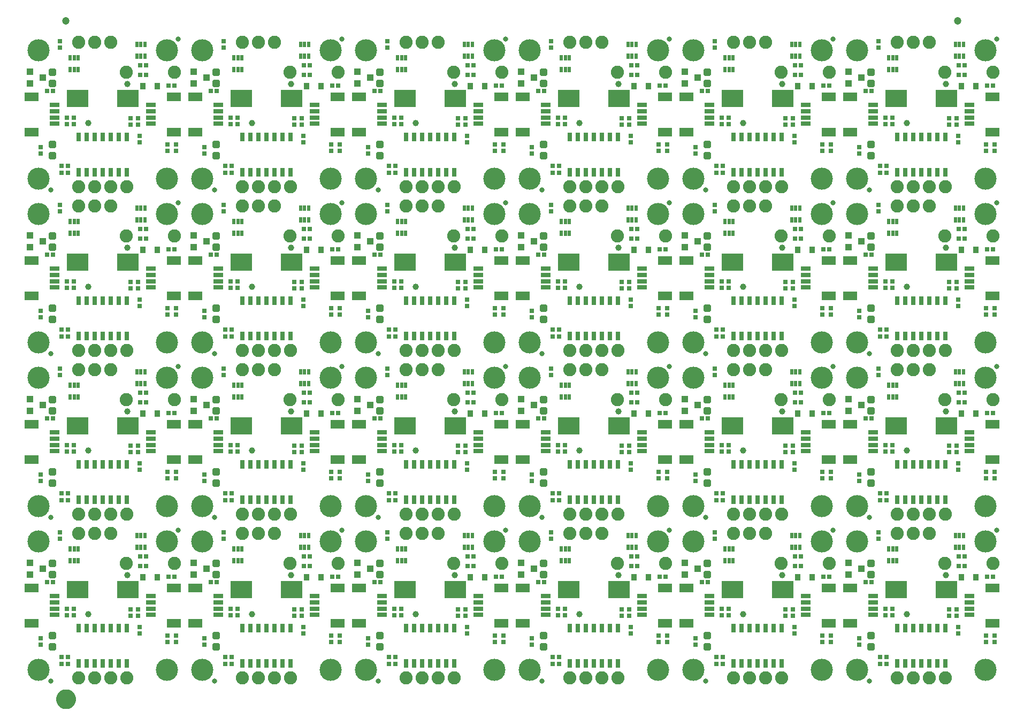
<source format=gts>
G04 EAGLE Gerber RS-274X export*
G75*
%MOMM*%
%FSLAX34Y34*%
%LPD*%
%INSoldermask Top*%
%IPPOS*%
%AMOC8*
5,1,8,0,0,1.08239X$1,22.5*%
G01*
%ADD10R,2.203200X1.403200*%
%ADD11R,1.553200X0.803200*%
%ADD12C,0.838200*%
%ADD13C,2.082800*%
%ADD14R,0.803200X0.803200*%
%ADD15R,0.803200X1.403200*%
%ADD16C,0.505344*%
%ADD17C,3.505200*%
%ADD18R,3.403200X2.703200*%
%ADD19C,1.003200*%
%ADD20R,0.503200X0.863200*%
%ADD21R,1.103200X1.003200*%
%ADD22R,0.833200X1.033200*%
%ADD23C,1.203200*%
%ADD24C,1.270000*%
%ADD25C,1.703200*%


D10*
X239950Y99000D03*
X239950Y155000D03*
D11*
X203200Y112000D03*
X203200Y122000D03*
X203200Y132000D03*
X203200Y142000D03*
D10*
X14050Y155000D03*
X14050Y99000D03*
D11*
X50800Y142000D03*
X50800Y132000D03*
X50800Y122000D03*
X50800Y112000D03*
D12*
X44450Y7620D03*
X246380Y246380D03*
D13*
X165100Y12700D03*
X139700Y12700D03*
X114300Y12700D03*
X88900Y12700D03*
D14*
X185420Y92630D03*
X185420Y82630D03*
X242824Y79295D03*
X242824Y69295D03*
X229768Y69295D03*
X229768Y79295D03*
X71878Y45314D03*
X61878Y45314D03*
D15*
X165100Y91500D03*
X152400Y91500D03*
X139700Y91500D03*
X127000Y91500D03*
X114300Y91500D03*
X101600Y91500D03*
X88900Y91500D03*
X88900Y35500D03*
X101600Y35500D03*
X114300Y35500D03*
X127000Y35500D03*
X139700Y35500D03*
X152400Y35500D03*
X165100Y35500D03*
D14*
X28575Y74850D03*
X28575Y64850D03*
D16*
X44135Y65205D02*
X51115Y65205D01*
X51115Y58225D01*
X44135Y58225D01*
X44135Y65205D01*
X44135Y63025D02*
X51115Y63025D01*
X51115Y82745D02*
X44135Y82745D01*
X51115Y82745D02*
X51115Y75765D01*
X44135Y75765D01*
X44135Y82745D01*
X44135Y80565D02*
X51115Y80565D01*
D17*
X228600Y228600D03*
X25400Y228600D03*
D18*
X167000Y152400D03*
X87000Y152400D03*
D19*
X166000Y174900D03*
X104500Y113400D03*
D14*
X170815Y110650D03*
X170815Y120650D03*
D20*
X180901Y219095D03*
X187401Y237495D03*
X193901Y237495D03*
X180901Y237495D03*
X187401Y219095D03*
X193901Y219095D03*
D21*
X11590Y194920D03*
X11590Y175920D03*
X32590Y185420D03*
D14*
X48659Y164440D03*
X38659Y164440D03*
D20*
X75415Y197810D03*
X81915Y216210D03*
X88415Y216210D03*
X75415Y216210D03*
X81915Y197810D03*
X88415Y197810D03*
D14*
X182880Y110650D03*
X182880Y120650D03*
X81585Y111920D03*
X81585Y121920D03*
X70536Y111920D03*
X70536Y121920D03*
X240835Y172212D03*
X230835Y172212D03*
X185936Y189687D03*
X195936Y189687D03*
X185885Y204470D03*
X195885Y204470D03*
D17*
X228600Y25400D03*
X25400Y25400D03*
D16*
X44135Y190065D02*
X51115Y190065D01*
X44135Y190065D02*
X44135Y197045D01*
X51115Y197045D01*
X51115Y190065D01*
X51115Y194865D02*
X44135Y194865D01*
X44135Y172525D02*
X51115Y172525D01*
X44135Y172525D02*
X44135Y179505D01*
X51115Y179505D01*
X51115Y172525D01*
X51115Y177325D02*
X44135Y177325D01*
D14*
X59080Y242668D03*
X59080Y232668D03*
D13*
X164567Y193827D03*
X240767Y193827D03*
D22*
X190379Y171907D03*
X213379Y171907D03*
D14*
X61904Y34646D03*
X71904Y34646D03*
D13*
X88900Y241300D03*
X114300Y241300D03*
X139700Y241300D03*
D10*
X499030Y99000D03*
X499030Y155000D03*
D11*
X462280Y112000D03*
X462280Y122000D03*
X462280Y132000D03*
X462280Y142000D03*
D10*
X273130Y155000D03*
X273130Y99000D03*
D11*
X309880Y142000D03*
X309880Y132000D03*
X309880Y122000D03*
X309880Y112000D03*
D12*
X303530Y7620D03*
X505460Y246380D03*
D13*
X424180Y12700D03*
X398780Y12700D03*
X373380Y12700D03*
X347980Y12700D03*
D14*
X444500Y92630D03*
X444500Y82630D03*
X501904Y79295D03*
X501904Y69295D03*
X488848Y69295D03*
X488848Y79295D03*
X330958Y45314D03*
X320958Y45314D03*
D15*
X424180Y91500D03*
X411480Y91500D03*
X398780Y91500D03*
X386080Y91500D03*
X373380Y91500D03*
X360680Y91500D03*
X347980Y91500D03*
X347980Y35500D03*
X360680Y35500D03*
X373380Y35500D03*
X386080Y35500D03*
X398780Y35500D03*
X411480Y35500D03*
X424180Y35500D03*
D14*
X287655Y74850D03*
X287655Y64850D03*
D16*
X303215Y65205D02*
X310195Y65205D01*
X310195Y58225D01*
X303215Y58225D01*
X303215Y65205D01*
X303215Y63025D02*
X310195Y63025D01*
X310195Y82745D02*
X303215Y82745D01*
X310195Y82745D02*
X310195Y75765D01*
X303215Y75765D01*
X303215Y82745D01*
X303215Y80565D02*
X310195Y80565D01*
D17*
X487680Y228600D03*
X284480Y228600D03*
D18*
X426080Y152400D03*
X346080Y152400D03*
D19*
X425080Y174900D03*
X363580Y113400D03*
D14*
X429895Y110650D03*
X429895Y120650D03*
D20*
X439981Y219095D03*
X446481Y237495D03*
X452981Y237495D03*
X439981Y237495D03*
X446481Y219095D03*
X452981Y219095D03*
D21*
X270670Y194920D03*
X270670Y175920D03*
X291670Y185420D03*
D14*
X307739Y164440D03*
X297739Y164440D03*
D20*
X334495Y197810D03*
X340995Y216210D03*
X347495Y216210D03*
X334495Y216210D03*
X340995Y197810D03*
X347495Y197810D03*
D14*
X441960Y110650D03*
X441960Y120650D03*
X340665Y111920D03*
X340665Y121920D03*
X329616Y111920D03*
X329616Y121920D03*
X499915Y172212D03*
X489915Y172212D03*
X445016Y189687D03*
X455016Y189687D03*
X444965Y204470D03*
X454965Y204470D03*
D17*
X487680Y25400D03*
X284480Y25400D03*
D16*
X303215Y190065D02*
X310195Y190065D01*
X303215Y190065D02*
X303215Y197045D01*
X310195Y197045D01*
X310195Y190065D01*
X310195Y194865D02*
X303215Y194865D01*
X303215Y172525D02*
X310195Y172525D01*
X303215Y172525D02*
X303215Y179505D01*
X310195Y179505D01*
X310195Y172525D01*
X310195Y177325D02*
X303215Y177325D01*
D14*
X318160Y242668D03*
X318160Y232668D03*
D13*
X423647Y193827D03*
X499847Y193827D03*
D22*
X449459Y171907D03*
X472459Y171907D03*
D14*
X320984Y34646D03*
X330984Y34646D03*
D13*
X347980Y241300D03*
X373380Y241300D03*
X398780Y241300D03*
D10*
X758110Y99000D03*
X758110Y155000D03*
D11*
X721360Y112000D03*
X721360Y122000D03*
X721360Y132000D03*
X721360Y142000D03*
D10*
X532210Y155000D03*
X532210Y99000D03*
D11*
X568960Y142000D03*
X568960Y132000D03*
X568960Y122000D03*
X568960Y112000D03*
D12*
X562610Y7620D03*
X764540Y246380D03*
D13*
X683260Y12700D03*
X657860Y12700D03*
X632460Y12700D03*
X607060Y12700D03*
D14*
X703580Y92630D03*
X703580Y82630D03*
X760984Y79295D03*
X760984Y69295D03*
X747928Y69295D03*
X747928Y79295D03*
X590038Y45314D03*
X580038Y45314D03*
D15*
X683260Y91500D03*
X670560Y91500D03*
X657860Y91500D03*
X645160Y91500D03*
X632460Y91500D03*
X619760Y91500D03*
X607060Y91500D03*
X607060Y35500D03*
X619760Y35500D03*
X632460Y35500D03*
X645160Y35500D03*
X657860Y35500D03*
X670560Y35500D03*
X683260Y35500D03*
D14*
X546735Y74850D03*
X546735Y64850D03*
D16*
X562295Y65205D02*
X569275Y65205D01*
X569275Y58225D01*
X562295Y58225D01*
X562295Y65205D01*
X562295Y63025D02*
X569275Y63025D01*
X569275Y82745D02*
X562295Y82745D01*
X569275Y82745D02*
X569275Y75765D01*
X562295Y75765D01*
X562295Y82745D01*
X562295Y80565D02*
X569275Y80565D01*
D17*
X746760Y228600D03*
X543560Y228600D03*
D18*
X685160Y152400D03*
X605160Y152400D03*
D19*
X684160Y174900D03*
X622660Y113400D03*
D14*
X688975Y110650D03*
X688975Y120650D03*
D20*
X699061Y219095D03*
X705561Y237495D03*
X712061Y237495D03*
X699061Y237495D03*
X705561Y219095D03*
X712061Y219095D03*
D21*
X529750Y194920D03*
X529750Y175920D03*
X550750Y185420D03*
D14*
X566819Y164440D03*
X556819Y164440D03*
D20*
X593575Y197810D03*
X600075Y216210D03*
X606575Y216210D03*
X593575Y216210D03*
X600075Y197810D03*
X606575Y197810D03*
D14*
X701040Y110650D03*
X701040Y120650D03*
X599745Y111920D03*
X599745Y121920D03*
X588696Y111920D03*
X588696Y121920D03*
X758995Y172212D03*
X748995Y172212D03*
X704096Y189687D03*
X714096Y189687D03*
X704045Y204470D03*
X714045Y204470D03*
D17*
X746760Y25400D03*
X543560Y25400D03*
D16*
X562295Y190065D02*
X569275Y190065D01*
X562295Y190065D02*
X562295Y197045D01*
X569275Y197045D01*
X569275Y190065D01*
X569275Y194865D02*
X562295Y194865D01*
X562295Y172525D02*
X569275Y172525D01*
X562295Y172525D02*
X562295Y179505D01*
X569275Y179505D01*
X569275Y172525D01*
X569275Y177325D02*
X562295Y177325D01*
D14*
X577240Y242668D03*
X577240Y232668D03*
D13*
X682727Y193827D03*
X758927Y193827D03*
D22*
X708539Y171907D03*
X731539Y171907D03*
D14*
X580064Y34646D03*
X590064Y34646D03*
D13*
X607060Y241300D03*
X632460Y241300D03*
X657860Y241300D03*
D10*
X1017190Y99000D03*
X1017190Y155000D03*
D11*
X980440Y112000D03*
X980440Y122000D03*
X980440Y132000D03*
X980440Y142000D03*
D10*
X791290Y155000D03*
X791290Y99000D03*
D11*
X828040Y142000D03*
X828040Y132000D03*
X828040Y122000D03*
X828040Y112000D03*
D12*
X821690Y7620D03*
X1023620Y246380D03*
D13*
X942340Y12700D03*
X916940Y12700D03*
X891540Y12700D03*
X866140Y12700D03*
D14*
X962660Y92630D03*
X962660Y82630D03*
X1020064Y79295D03*
X1020064Y69295D03*
X1007008Y69295D03*
X1007008Y79295D03*
X849118Y45314D03*
X839118Y45314D03*
D15*
X942340Y91500D03*
X929640Y91500D03*
X916940Y91500D03*
X904240Y91500D03*
X891540Y91500D03*
X878840Y91500D03*
X866140Y91500D03*
X866140Y35500D03*
X878840Y35500D03*
X891540Y35500D03*
X904240Y35500D03*
X916940Y35500D03*
X929640Y35500D03*
X942340Y35500D03*
D14*
X805815Y74850D03*
X805815Y64850D03*
D16*
X821375Y65205D02*
X828355Y65205D01*
X828355Y58225D01*
X821375Y58225D01*
X821375Y65205D01*
X821375Y63025D02*
X828355Y63025D01*
X828355Y82745D02*
X821375Y82745D01*
X828355Y82745D02*
X828355Y75765D01*
X821375Y75765D01*
X821375Y82745D01*
X821375Y80565D02*
X828355Y80565D01*
D17*
X1005840Y228600D03*
X802640Y228600D03*
D18*
X944240Y152400D03*
X864240Y152400D03*
D19*
X943240Y174900D03*
X881740Y113400D03*
D14*
X948055Y110650D03*
X948055Y120650D03*
D20*
X958141Y219095D03*
X964641Y237495D03*
X971141Y237495D03*
X958141Y237495D03*
X964641Y219095D03*
X971141Y219095D03*
D21*
X788830Y194920D03*
X788830Y175920D03*
X809830Y185420D03*
D14*
X825899Y164440D03*
X815899Y164440D03*
D20*
X852655Y197810D03*
X859155Y216210D03*
X865655Y216210D03*
X852655Y216210D03*
X859155Y197810D03*
X865655Y197810D03*
D14*
X960120Y110650D03*
X960120Y120650D03*
X858825Y111920D03*
X858825Y121920D03*
X847776Y111920D03*
X847776Y121920D03*
X1018075Y172212D03*
X1008075Y172212D03*
X963176Y189687D03*
X973176Y189687D03*
X963125Y204470D03*
X973125Y204470D03*
D17*
X1005840Y25400D03*
X802640Y25400D03*
D16*
X821375Y190065D02*
X828355Y190065D01*
X821375Y190065D02*
X821375Y197045D01*
X828355Y197045D01*
X828355Y190065D01*
X828355Y194865D02*
X821375Y194865D01*
X821375Y172525D02*
X828355Y172525D01*
X821375Y172525D02*
X821375Y179505D01*
X828355Y179505D01*
X828355Y172525D01*
X828355Y177325D02*
X821375Y177325D01*
D14*
X836320Y242668D03*
X836320Y232668D03*
D13*
X941807Y193827D03*
X1018007Y193827D03*
D22*
X967619Y171907D03*
X990619Y171907D03*
D14*
X839144Y34646D03*
X849144Y34646D03*
D13*
X866140Y241300D03*
X891540Y241300D03*
X916940Y241300D03*
D10*
X1276270Y99000D03*
X1276270Y155000D03*
D11*
X1239520Y112000D03*
X1239520Y122000D03*
X1239520Y132000D03*
X1239520Y142000D03*
D10*
X1050370Y155000D03*
X1050370Y99000D03*
D11*
X1087120Y142000D03*
X1087120Y132000D03*
X1087120Y122000D03*
X1087120Y112000D03*
D12*
X1080770Y7620D03*
X1282700Y246380D03*
D13*
X1201420Y12700D03*
X1176020Y12700D03*
X1150620Y12700D03*
X1125220Y12700D03*
D14*
X1221740Y92630D03*
X1221740Y82630D03*
X1279144Y79295D03*
X1279144Y69295D03*
X1266088Y69295D03*
X1266088Y79295D03*
X1108198Y45314D03*
X1098198Y45314D03*
D15*
X1201420Y91500D03*
X1188720Y91500D03*
X1176020Y91500D03*
X1163320Y91500D03*
X1150620Y91500D03*
X1137920Y91500D03*
X1125220Y91500D03*
X1125220Y35500D03*
X1137920Y35500D03*
X1150620Y35500D03*
X1163320Y35500D03*
X1176020Y35500D03*
X1188720Y35500D03*
X1201420Y35500D03*
D14*
X1064895Y74850D03*
X1064895Y64850D03*
D16*
X1080455Y65205D02*
X1087435Y65205D01*
X1087435Y58225D01*
X1080455Y58225D01*
X1080455Y65205D01*
X1080455Y63025D02*
X1087435Y63025D01*
X1087435Y82745D02*
X1080455Y82745D01*
X1087435Y82745D02*
X1087435Y75765D01*
X1080455Y75765D01*
X1080455Y82745D01*
X1080455Y80565D02*
X1087435Y80565D01*
D17*
X1264920Y228600D03*
X1061720Y228600D03*
D18*
X1203320Y152400D03*
X1123320Y152400D03*
D19*
X1202320Y174900D03*
X1140820Y113400D03*
D14*
X1207135Y110650D03*
X1207135Y120650D03*
D20*
X1217221Y219095D03*
X1223721Y237495D03*
X1230221Y237495D03*
X1217221Y237495D03*
X1223721Y219095D03*
X1230221Y219095D03*
D21*
X1047910Y194920D03*
X1047910Y175920D03*
X1068910Y185420D03*
D14*
X1084979Y164440D03*
X1074979Y164440D03*
D20*
X1111735Y197810D03*
X1118235Y216210D03*
X1124735Y216210D03*
X1111735Y216210D03*
X1118235Y197810D03*
X1124735Y197810D03*
D14*
X1219200Y110650D03*
X1219200Y120650D03*
X1117905Y111920D03*
X1117905Y121920D03*
X1106856Y111920D03*
X1106856Y121920D03*
X1277155Y172212D03*
X1267155Y172212D03*
X1222256Y189687D03*
X1232256Y189687D03*
X1222205Y204470D03*
X1232205Y204470D03*
D17*
X1264920Y25400D03*
X1061720Y25400D03*
D16*
X1080455Y190065D02*
X1087435Y190065D01*
X1080455Y190065D02*
X1080455Y197045D01*
X1087435Y197045D01*
X1087435Y190065D01*
X1087435Y194865D02*
X1080455Y194865D01*
X1080455Y172525D02*
X1087435Y172525D01*
X1080455Y172525D02*
X1080455Y179505D01*
X1087435Y179505D01*
X1087435Y172525D01*
X1087435Y177325D02*
X1080455Y177325D01*
D14*
X1095400Y242668D03*
X1095400Y232668D03*
D13*
X1200887Y193827D03*
X1277087Y193827D03*
D22*
X1226699Y171907D03*
X1249699Y171907D03*
D14*
X1098224Y34646D03*
X1108224Y34646D03*
D13*
X1125220Y241300D03*
X1150620Y241300D03*
X1176020Y241300D03*
D10*
X1535350Y99000D03*
X1535350Y155000D03*
D11*
X1498600Y112000D03*
X1498600Y122000D03*
X1498600Y132000D03*
X1498600Y142000D03*
D10*
X1309450Y155000D03*
X1309450Y99000D03*
D11*
X1346200Y142000D03*
X1346200Y132000D03*
X1346200Y122000D03*
X1346200Y112000D03*
D12*
X1339850Y7620D03*
X1541780Y246380D03*
D13*
X1460500Y12700D03*
X1435100Y12700D03*
X1409700Y12700D03*
X1384300Y12700D03*
D14*
X1480820Y92630D03*
X1480820Y82630D03*
X1538224Y79295D03*
X1538224Y69295D03*
X1525168Y69295D03*
X1525168Y79295D03*
X1367278Y45314D03*
X1357278Y45314D03*
D15*
X1460500Y91500D03*
X1447800Y91500D03*
X1435100Y91500D03*
X1422400Y91500D03*
X1409700Y91500D03*
X1397000Y91500D03*
X1384300Y91500D03*
X1384300Y35500D03*
X1397000Y35500D03*
X1409700Y35500D03*
X1422400Y35500D03*
X1435100Y35500D03*
X1447800Y35500D03*
X1460500Y35500D03*
D14*
X1323975Y74850D03*
X1323975Y64850D03*
D16*
X1339535Y65205D02*
X1346515Y65205D01*
X1346515Y58225D01*
X1339535Y58225D01*
X1339535Y65205D01*
X1339535Y63025D02*
X1346515Y63025D01*
X1346515Y82745D02*
X1339535Y82745D01*
X1346515Y82745D02*
X1346515Y75765D01*
X1339535Y75765D01*
X1339535Y82745D01*
X1339535Y80565D02*
X1346515Y80565D01*
D17*
X1524000Y228600D03*
X1320800Y228600D03*
D18*
X1462400Y152400D03*
X1382400Y152400D03*
D19*
X1461400Y174900D03*
X1399900Y113400D03*
D14*
X1466215Y110650D03*
X1466215Y120650D03*
D20*
X1476301Y219095D03*
X1482801Y237495D03*
X1489301Y237495D03*
X1476301Y237495D03*
X1482801Y219095D03*
X1489301Y219095D03*
D21*
X1306990Y194920D03*
X1306990Y175920D03*
X1327990Y185420D03*
D14*
X1344059Y164440D03*
X1334059Y164440D03*
D20*
X1370815Y197810D03*
X1377315Y216210D03*
X1383815Y216210D03*
X1370815Y216210D03*
X1377315Y197810D03*
X1383815Y197810D03*
D14*
X1478280Y110650D03*
X1478280Y120650D03*
X1376985Y111920D03*
X1376985Y121920D03*
X1365936Y111920D03*
X1365936Y121920D03*
X1536235Y172212D03*
X1526235Y172212D03*
X1481336Y189687D03*
X1491336Y189687D03*
X1481285Y204470D03*
X1491285Y204470D03*
D17*
X1524000Y25400D03*
X1320800Y25400D03*
D16*
X1339535Y190065D02*
X1346515Y190065D01*
X1339535Y190065D02*
X1339535Y197045D01*
X1346515Y197045D01*
X1346515Y190065D01*
X1346515Y194865D02*
X1339535Y194865D01*
X1339535Y172525D02*
X1346515Y172525D01*
X1339535Y172525D02*
X1339535Y179505D01*
X1346515Y179505D01*
X1346515Y172525D01*
X1346515Y177325D02*
X1339535Y177325D01*
D14*
X1354480Y242668D03*
X1354480Y232668D03*
D13*
X1459967Y193827D03*
X1536167Y193827D03*
D22*
X1485779Y171907D03*
X1508779Y171907D03*
D14*
X1357304Y34646D03*
X1367304Y34646D03*
D13*
X1384300Y241300D03*
X1409700Y241300D03*
X1435100Y241300D03*
D10*
X239950Y358080D03*
X239950Y414080D03*
D11*
X203200Y371080D03*
X203200Y381080D03*
X203200Y391080D03*
X203200Y401080D03*
D10*
X14050Y414080D03*
X14050Y358080D03*
D11*
X50800Y401080D03*
X50800Y391080D03*
X50800Y381080D03*
X50800Y371080D03*
D12*
X44450Y266700D03*
X246380Y505460D03*
D13*
X165100Y271780D03*
X139700Y271780D03*
X114300Y271780D03*
X88900Y271780D03*
D14*
X185420Y351710D03*
X185420Y341710D03*
X242824Y338375D03*
X242824Y328375D03*
X229768Y328375D03*
X229768Y338375D03*
X71878Y304394D03*
X61878Y304394D03*
D15*
X165100Y350580D03*
X152400Y350580D03*
X139700Y350580D03*
X127000Y350580D03*
X114300Y350580D03*
X101600Y350580D03*
X88900Y350580D03*
X88900Y294580D03*
X101600Y294580D03*
X114300Y294580D03*
X127000Y294580D03*
X139700Y294580D03*
X152400Y294580D03*
X165100Y294580D03*
D14*
X28575Y333930D03*
X28575Y323930D03*
D16*
X44135Y324285D02*
X51115Y324285D01*
X51115Y317305D01*
X44135Y317305D01*
X44135Y324285D01*
X44135Y322105D02*
X51115Y322105D01*
X51115Y341825D02*
X44135Y341825D01*
X51115Y341825D02*
X51115Y334845D01*
X44135Y334845D01*
X44135Y341825D01*
X44135Y339645D02*
X51115Y339645D01*
D17*
X228600Y487680D03*
X25400Y487680D03*
D18*
X167000Y411480D03*
X87000Y411480D03*
D19*
X166000Y433980D03*
X104500Y372480D03*
D14*
X170815Y369730D03*
X170815Y379730D03*
D20*
X180901Y478175D03*
X187401Y496575D03*
X193901Y496575D03*
X180901Y496575D03*
X187401Y478175D03*
X193901Y478175D03*
D21*
X11590Y454000D03*
X11590Y435000D03*
X32590Y444500D03*
D14*
X48659Y423520D03*
X38659Y423520D03*
D20*
X75415Y456890D03*
X81915Y475290D03*
X88415Y475290D03*
X75415Y475290D03*
X81915Y456890D03*
X88415Y456890D03*
D14*
X182880Y369730D03*
X182880Y379730D03*
X81585Y371000D03*
X81585Y381000D03*
X70536Y371000D03*
X70536Y381000D03*
X240835Y431292D03*
X230835Y431292D03*
X185936Y448767D03*
X195936Y448767D03*
X185885Y463550D03*
X195885Y463550D03*
D17*
X228600Y284480D03*
X25400Y284480D03*
D16*
X44135Y449145D02*
X51115Y449145D01*
X44135Y449145D02*
X44135Y456125D01*
X51115Y456125D01*
X51115Y449145D01*
X51115Y453945D02*
X44135Y453945D01*
X44135Y431605D02*
X51115Y431605D01*
X44135Y431605D02*
X44135Y438585D01*
X51115Y438585D01*
X51115Y431605D01*
X51115Y436405D02*
X44135Y436405D01*
D14*
X59080Y501748D03*
X59080Y491748D03*
D13*
X164567Y452907D03*
X240767Y452907D03*
D22*
X190379Y430987D03*
X213379Y430987D03*
D14*
X61904Y293726D03*
X71904Y293726D03*
D13*
X88900Y500380D03*
X114300Y500380D03*
X139700Y500380D03*
D10*
X499030Y358080D03*
X499030Y414080D03*
D11*
X462280Y371080D03*
X462280Y381080D03*
X462280Y391080D03*
X462280Y401080D03*
D10*
X273130Y414080D03*
X273130Y358080D03*
D11*
X309880Y401080D03*
X309880Y391080D03*
X309880Y381080D03*
X309880Y371080D03*
D12*
X303530Y266700D03*
X505460Y505460D03*
D13*
X424180Y271780D03*
X398780Y271780D03*
X373380Y271780D03*
X347980Y271780D03*
D14*
X444500Y351710D03*
X444500Y341710D03*
X501904Y338375D03*
X501904Y328375D03*
X488848Y328375D03*
X488848Y338375D03*
X330958Y304394D03*
X320958Y304394D03*
D15*
X424180Y350580D03*
X411480Y350580D03*
X398780Y350580D03*
X386080Y350580D03*
X373380Y350580D03*
X360680Y350580D03*
X347980Y350580D03*
X347980Y294580D03*
X360680Y294580D03*
X373380Y294580D03*
X386080Y294580D03*
X398780Y294580D03*
X411480Y294580D03*
X424180Y294580D03*
D14*
X287655Y333930D03*
X287655Y323930D03*
D16*
X303215Y324285D02*
X310195Y324285D01*
X310195Y317305D01*
X303215Y317305D01*
X303215Y324285D01*
X303215Y322105D02*
X310195Y322105D01*
X310195Y341825D02*
X303215Y341825D01*
X310195Y341825D02*
X310195Y334845D01*
X303215Y334845D01*
X303215Y341825D01*
X303215Y339645D02*
X310195Y339645D01*
D17*
X487680Y487680D03*
X284480Y487680D03*
D18*
X426080Y411480D03*
X346080Y411480D03*
D19*
X425080Y433980D03*
X363580Y372480D03*
D14*
X429895Y369730D03*
X429895Y379730D03*
D20*
X439981Y478175D03*
X446481Y496575D03*
X452981Y496575D03*
X439981Y496575D03*
X446481Y478175D03*
X452981Y478175D03*
D21*
X270670Y454000D03*
X270670Y435000D03*
X291670Y444500D03*
D14*
X307739Y423520D03*
X297739Y423520D03*
D20*
X334495Y456890D03*
X340995Y475290D03*
X347495Y475290D03*
X334495Y475290D03*
X340995Y456890D03*
X347495Y456890D03*
D14*
X441960Y369730D03*
X441960Y379730D03*
X340665Y371000D03*
X340665Y381000D03*
X329616Y371000D03*
X329616Y381000D03*
X499915Y431292D03*
X489915Y431292D03*
X445016Y448767D03*
X455016Y448767D03*
X444965Y463550D03*
X454965Y463550D03*
D17*
X487680Y284480D03*
X284480Y284480D03*
D16*
X303215Y449145D02*
X310195Y449145D01*
X303215Y449145D02*
X303215Y456125D01*
X310195Y456125D01*
X310195Y449145D01*
X310195Y453945D02*
X303215Y453945D01*
X303215Y431605D02*
X310195Y431605D01*
X303215Y431605D02*
X303215Y438585D01*
X310195Y438585D01*
X310195Y431605D01*
X310195Y436405D02*
X303215Y436405D01*
D14*
X318160Y501748D03*
X318160Y491748D03*
D13*
X423647Y452907D03*
X499847Y452907D03*
D22*
X449459Y430987D03*
X472459Y430987D03*
D14*
X320984Y293726D03*
X330984Y293726D03*
D13*
X347980Y500380D03*
X373380Y500380D03*
X398780Y500380D03*
D10*
X758110Y358080D03*
X758110Y414080D03*
D11*
X721360Y371080D03*
X721360Y381080D03*
X721360Y391080D03*
X721360Y401080D03*
D10*
X532210Y414080D03*
X532210Y358080D03*
D11*
X568960Y401080D03*
X568960Y391080D03*
X568960Y381080D03*
X568960Y371080D03*
D12*
X562610Y266700D03*
X764540Y505460D03*
D13*
X683260Y271780D03*
X657860Y271780D03*
X632460Y271780D03*
X607060Y271780D03*
D14*
X703580Y351710D03*
X703580Y341710D03*
X760984Y338375D03*
X760984Y328375D03*
X747928Y328375D03*
X747928Y338375D03*
X590038Y304394D03*
X580038Y304394D03*
D15*
X683260Y350580D03*
X670560Y350580D03*
X657860Y350580D03*
X645160Y350580D03*
X632460Y350580D03*
X619760Y350580D03*
X607060Y350580D03*
X607060Y294580D03*
X619760Y294580D03*
X632460Y294580D03*
X645160Y294580D03*
X657860Y294580D03*
X670560Y294580D03*
X683260Y294580D03*
D14*
X546735Y333930D03*
X546735Y323930D03*
D16*
X562295Y324285D02*
X569275Y324285D01*
X569275Y317305D01*
X562295Y317305D01*
X562295Y324285D01*
X562295Y322105D02*
X569275Y322105D01*
X569275Y341825D02*
X562295Y341825D01*
X569275Y341825D02*
X569275Y334845D01*
X562295Y334845D01*
X562295Y341825D01*
X562295Y339645D02*
X569275Y339645D01*
D17*
X746760Y487680D03*
X543560Y487680D03*
D18*
X685160Y411480D03*
X605160Y411480D03*
D19*
X684160Y433980D03*
X622660Y372480D03*
D14*
X688975Y369730D03*
X688975Y379730D03*
D20*
X699061Y478175D03*
X705561Y496575D03*
X712061Y496575D03*
X699061Y496575D03*
X705561Y478175D03*
X712061Y478175D03*
D21*
X529750Y454000D03*
X529750Y435000D03*
X550750Y444500D03*
D14*
X566819Y423520D03*
X556819Y423520D03*
D20*
X593575Y456890D03*
X600075Y475290D03*
X606575Y475290D03*
X593575Y475290D03*
X600075Y456890D03*
X606575Y456890D03*
D14*
X701040Y369730D03*
X701040Y379730D03*
X599745Y371000D03*
X599745Y381000D03*
X588696Y371000D03*
X588696Y381000D03*
X758995Y431292D03*
X748995Y431292D03*
X704096Y448767D03*
X714096Y448767D03*
X704045Y463550D03*
X714045Y463550D03*
D17*
X746760Y284480D03*
X543560Y284480D03*
D16*
X562295Y449145D02*
X569275Y449145D01*
X562295Y449145D02*
X562295Y456125D01*
X569275Y456125D01*
X569275Y449145D01*
X569275Y453945D02*
X562295Y453945D01*
X562295Y431605D02*
X569275Y431605D01*
X562295Y431605D02*
X562295Y438585D01*
X569275Y438585D01*
X569275Y431605D01*
X569275Y436405D02*
X562295Y436405D01*
D14*
X577240Y501748D03*
X577240Y491748D03*
D13*
X682727Y452907D03*
X758927Y452907D03*
D22*
X708539Y430987D03*
X731539Y430987D03*
D14*
X580064Y293726D03*
X590064Y293726D03*
D13*
X607060Y500380D03*
X632460Y500380D03*
X657860Y500380D03*
D10*
X1017190Y358080D03*
X1017190Y414080D03*
D11*
X980440Y371080D03*
X980440Y381080D03*
X980440Y391080D03*
X980440Y401080D03*
D10*
X791290Y414080D03*
X791290Y358080D03*
D11*
X828040Y401080D03*
X828040Y391080D03*
X828040Y381080D03*
X828040Y371080D03*
D12*
X821690Y266700D03*
X1023620Y505460D03*
D13*
X942340Y271780D03*
X916940Y271780D03*
X891540Y271780D03*
X866140Y271780D03*
D14*
X962660Y351710D03*
X962660Y341710D03*
X1020064Y338375D03*
X1020064Y328375D03*
X1007008Y328375D03*
X1007008Y338375D03*
X849118Y304394D03*
X839118Y304394D03*
D15*
X942340Y350580D03*
X929640Y350580D03*
X916940Y350580D03*
X904240Y350580D03*
X891540Y350580D03*
X878840Y350580D03*
X866140Y350580D03*
X866140Y294580D03*
X878840Y294580D03*
X891540Y294580D03*
X904240Y294580D03*
X916940Y294580D03*
X929640Y294580D03*
X942340Y294580D03*
D14*
X805815Y333930D03*
X805815Y323930D03*
D16*
X821375Y324285D02*
X828355Y324285D01*
X828355Y317305D01*
X821375Y317305D01*
X821375Y324285D01*
X821375Y322105D02*
X828355Y322105D01*
X828355Y341825D02*
X821375Y341825D01*
X828355Y341825D02*
X828355Y334845D01*
X821375Y334845D01*
X821375Y341825D01*
X821375Y339645D02*
X828355Y339645D01*
D17*
X1005840Y487680D03*
X802640Y487680D03*
D18*
X944240Y411480D03*
X864240Y411480D03*
D19*
X943240Y433980D03*
X881740Y372480D03*
D14*
X948055Y369730D03*
X948055Y379730D03*
D20*
X958141Y478175D03*
X964641Y496575D03*
X971141Y496575D03*
X958141Y496575D03*
X964641Y478175D03*
X971141Y478175D03*
D21*
X788830Y454000D03*
X788830Y435000D03*
X809830Y444500D03*
D14*
X825899Y423520D03*
X815899Y423520D03*
D20*
X852655Y456890D03*
X859155Y475290D03*
X865655Y475290D03*
X852655Y475290D03*
X859155Y456890D03*
X865655Y456890D03*
D14*
X960120Y369730D03*
X960120Y379730D03*
X858825Y371000D03*
X858825Y381000D03*
X847776Y371000D03*
X847776Y381000D03*
X1018075Y431292D03*
X1008075Y431292D03*
X963176Y448767D03*
X973176Y448767D03*
X963125Y463550D03*
X973125Y463550D03*
D17*
X1005840Y284480D03*
X802640Y284480D03*
D16*
X821375Y449145D02*
X828355Y449145D01*
X821375Y449145D02*
X821375Y456125D01*
X828355Y456125D01*
X828355Y449145D01*
X828355Y453945D02*
X821375Y453945D01*
X821375Y431605D02*
X828355Y431605D01*
X821375Y431605D02*
X821375Y438585D01*
X828355Y438585D01*
X828355Y431605D01*
X828355Y436405D02*
X821375Y436405D01*
D14*
X836320Y501748D03*
X836320Y491748D03*
D13*
X941807Y452907D03*
X1018007Y452907D03*
D22*
X967619Y430987D03*
X990619Y430987D03*
D14*
X839144Y293726D03*
X849144Y293726D03*
D13*
X866140Y500380D03*
X891540Y500380D03*
X916940Y500380D03*
D10*
X1276270Y358080D03*
X1276270Y414080D03*
D11*
X1239520Y371080D03*
X1239520Y381080D03*
X1239520Y391080D03*
X1239520Y401080D03*
D10*
X1050370Y414080D03*
X1050370Y358080D03*
D11*
X1087120Y401080D03*
X1087120Y391080D03*
X1087120Y381080D03*
X1087120Y371080D03*
D12*
X1080770Y266700D03*
X1282700Y505460D03*
D13*
X1201420Y271780D03*
X1176020Y271780D03*
X1150620Y271780D03*
X1125220Y271780D03*
D14*
X1221740Y351710D03*
X1221740Y341710D03*
X1279144Y338375D03*
X1279144Y328375D03*
X1266088Y328375D03*
X1266088Y338375D03*
X1108198Y304394D03*
X1098198Y304394D03*
D15*
X1201420Y350580D03*
X1188720Y350580D03*
X1176020Y350580D03*
X1163320Y350580D03*
X1150620Y350580D03*
X1137920Y350580D03*
X1125220Y350580D03*
X1125220Y294580D03*
X1137920Y294580D03*
X1150620Y294580D03*
X1163320Y294580D03*
X1176020Y294580D03*
X1188720Y294580D03*
X1201420Y294580D03*
D14*
X1064895Y333930D03*
X1064895Y323930D03*
D16*
X1080455Y324285D02*
X1087435Y324285D01*
X1087435Y317305D01*
X1080455Y317305D01*
X1080455Y324285D01*
X1080455Y322105D02*
X1087435Y322105D01*
X1087435Y341825D02*
X1080455Y341825D01*
X1087435Y341825D02*
X1087435Y334845D01*
X1080455Y334845D01*
X1080455Y341825D01*
X1080455Y339645D02*
X1087435Y339645D01*
D17*
X1264920Y487680D03*
X1061720Y487680D03*
D18*
X1203320Y411480D03*
X1123320Y411480D03*
D19*
X1202320Y433980D03*
X1140820Y372480D03*
D14*
X1207135Y369730D03*
X1207135Y379730D03*
D20*
X1217221Y478175D03*
X1223721Y496575D03*
X1230221Y496575D03*
X1217221Y496575D03*
X1223721Y478175D03*
X1230221Y478175D03*
D21*
X1047910Y454000D03*
X1047910Y435000D03*
X1068910Y444500D03*
D14*
X1084979Y423520D03*
X1074979Y423520D03*
D20*
X1111735Y456890D03*
X1118235Y475290D03*
X1124735Y475290D03*
X1111735Y475290D03*
X1118235Y456890D03*
X1124735Y456890D03*
D14*
X1219200Y369730D03*
X1219200Y379730D03*
X1117905Y371000D03*
X1117905Y381000D03*
X1106856Y371000D03*
X1106856Y381000D03*
X1277155Y431292D03*
X1267155Y431292D03*
X1222256Y448767D03*
X1232256Y448767D03*
X1222205Y463550D03*
X1232205Y463550D03*
D17*
X1264920Y284480D03*
X1061720Y284480D03*
D16*
X1080455Y449145D02*
X1087435Y449145D01*
X1080455Y449145D02*
X1080455Y456125D01*
X1087435Y456125D01*
X1087435Y449145D01*
X1087435Y453945D02*
X1080455Y453945D01*
X1080455Y431605D02*
X1087435Y431605D01*
X1080455Y431605D02*
X1080455Y438585D01*
X1087435Y438585D01*
X1087435Y431605D01*
X1087435Y436405D02*
X1080455Y436405D01*
D14*
X1095400Y501748D03*
X1095400Y491748D03*
D13*
X1200887Y452907D03*
X1277087Y452907D03*
D22*
X1226699Y430987D03*
X1249699Y430987D03*
D14*
X1098224Y293726D03*
X1108224Y293726D03*
D13*
X1125220Y500380D03*
X1150620Y500380D03*
X1176020Y500380D03*
D10*
X1535350Y358080D03*
X1535350Y414080D03*
D11*
X1498600Y371080D03*
X1498600Y381080D03*
X1498600Y391080D03*
X1498600Y401080D03*
D10*
X1309450Y414080D03*
X1309450Y358080D03*
D11*
X1346200Y401080D03*
X1346200Y391080D03*
X1346200Y381080D03*
X1346200Y371080D03*
D12*
X1339850Y266700D03*
X1541780Y505460D03*
D13*
X1460500Y271780D03*
X1435100Y271780D03*
X1409700Y271780D03*
X1384300Y271780D03*
D14*
X1480820Y351710D03*
X1480820Y341710D03*
X1538224Y338375D03*
X1538224Y328375D03*
X1525168Y328375D03*
X1525168Y338375D03*
X1367278Y304394D03*
X1357278Y304394D03*
D15*
X1460500Y350580D03*
X1447800Y350580D03*
X1435100Y350580D03*
X1422400Y350580D03*
X1409700Y350580D03*
X1397000Y350580D03*
X1384300Y350580D03*
X1384300Y294580D03*
X1397000Y294580D03*
X1409700Y294580D03*
X1422400Y294580D03*
X1435100Y294580D03*
X1447800Y294580D03*
X1460500Y294580D03*
D14*
X1323975Y333930D03*
X1323975Y323930D03*
D16*
X1339535Y324285D02*
X1346515Y324285D01*
X1346515Y317305D01*
X1339535Y317305D01*
X1339535Y324285D01*
X1339535Y322105D02*
X1346515Y322105D01*
X1346515Y341825D02*
X1339535Y341825D01*
X1346515Y341825D02*
X1346515Y334845D01*
X1339535Y334845D01*
X1339535Y341825D01*
X1339535Y339645D02*
X1346515Y339645D01*
D17*
X1524000Y487680D03*
X1320800Y487680D03*
D18*
X1462400Y411480D03*
X1382400Y411480D03*
D19*
X1461400Y433980D03*
X1399900Y372480D03*
D14*
X1466215Y369730D03*
X1466215Y379730D03*
D20*
X1476301Y478175D03*
X1482801Y496575D03*
X1489301Y496575D03*
X1476301Y496575D03*
X1482801Y478175D03*
X1489301Y478175D03*
D21*
X1306990Y454000D03*
X1306990Y435000D03*
X1327990Y444500D03*
D14*
X1344059Y423520D03*
X1334059Y423520D03*
D20*
X1370815Y456890D03*
X1377315Y475290D03*
X1383815Y475290D03*
X1370815Y475290D03*
X1377315Y456890D03*
X1383815Y456890D03*
D14*
X1478280Y369730D03*
X1478280Y379730D03*
X1376985Y371000D03*
X1376985Y381000D03*
X1365936Y371000D03*
X1365936Y381000D03*
X1536235Y431292D03*
X1526235Y431292D03*
X1481336Y448767D03*
X1491336Y448767D03*
X1481285Y463550D03*
X1491285Y463550D03*
D17*
X1524000Y284480D03*
X1320800Y284480D03*
D16*
X1339535Y449145D02*
X1346515Y449145D01*
X1339535Y449145D02*
X1339535Y456125D01*
X1346515Y456125D01*
X1346515Y449145D01*
X1346515Y453945D02*
X1339535Y453945D01*
X1339535Y431605D02*
X1346515Y431605D01*
X1339535Y431605D02*
X1339535Y438585D01*
X1346515Y438585D01*
X1346515Y431605D01*
X1346515Y436405D02*
X1339535Y436405D01*
D14*
X1354480Y501748D03*
X1354480Y491748D03*
D13*
X1459967Y452907D03*
X1536167Y452907D03*
D22*
X1485779Y430987D03*
X1508779Y430987D03*
D14*
X1357304Y293726D03*
X1367304Y293726D03*
D13*
X1384300Y500380D03*
X1409700Y500380D03*
X1435100Y500380D03*
D10*
X239950Y617160D03*
X239950Y673160D03*
D11*
X203200Y630160D03*
X203200Y640160D03*
X203200Y650160D03*
X203200Y660160D03*
D10*
X14050Y673160D03*
X14050Y617160D03*
D11*
X50800Y660160D03*
X50800Y650160D03*
X50800Y640160D03*
X50800Y630160D03*
D12*
X44450Y525780D03*
X246380Y764540D03*
D13*
X165100Y530860D03*
X139700Y530860D03*
X114300Y530860D03*
X88900Y530860D03*
D14*
X185420Y610790D03*
X185420Y600790D03*
X242824Y597455D03*
X242824Y587455D03*
X229768Y587455D03*
X229768Y597455D03*
X71878Y563474D03*
X61878Y563474D03*
D15*
X165100Y609660D03*
X152400Y609660D03*
X139700Y609660D03*
X127000Y609660D03*
X114300Y609660D03*
X101600Y609660D03*
X88900Y609660D03*
X88900Y553660D03*
X101600Y553660D03*
X114300Y553660D03*
X127000Y553660D03*
X139700Y553660D03*
X152400Y553660D03*
X165100Y553660D03*
D14*
X28575Y593010D03*
X28575Y583010D03*
D16*
X44135Y583365D02*
X51115Y583365D01*
X51115Y576385D01*
X44135Y576385D01*
X44135Y583365D01*
X44135Y581185D02*
X51115Y581185D01*
X51115Y600905D02*
X44135Y600905D01*
X51115Y600905D02*
X51115Y593925D01*
X44135Y593925D01*
X44135Y600905D01*
X44135Y598725D02*
X51115Y598725D01*
D17*
X228600Y746760D03*
X25400Y746760D03*
D18*
X167000Y670560D03*
X87000Y670560D03*
D19*
X166000Y693060D03*
X104500Y631560D03*
D14*
X170815Y628810D03*
X170815Y638810D03*
D20*
X180901Y737255D03*
X187401Y755655D03*
X193901Y755655D03*
X180901Y755655D03*
X187401Y737255D03*
X193901Y737255D03*
D21*
X11590Y713080D03*
X11590Y694080D03*
X32590Y703580D03*
D14*
X48659Y682600D03*
X38659Y682600D03*
D20*
X75415Y715970D03*
X81915Y734370D03*
X88415Y734370D03*
X75415Y734370D03*
X81915Y715970D03*
X88415Y715970D03*
D14*
X182880Y628810D03*
X182880Y638810D03*
X81585Y630080D03*
X81585Y640080D03*
X70536Y630080D03*
X70536Y640080D03*
X240835Y690372D03*
X230835Y690372D03*
X185936Y707847D03*
X195936Y707847D03*
X185885Y722630D03*
X195885Y722630D03*
D17*
X228600Y543560D03*
X25400Y543560D03*
D16*
X44135Y708225D02*
X51115Y708225D01*
X44135Y708225D02*
X44135Y715205D01*
X51115Y715205D01*
X51115Y708225D01*
X51115Y713025D02*
X44135Y713025D01*
X44135Y690685D02*
X51115Y690685D01*
X44135Y690685D02*
X44135Y697665D01*
X51115Y697665D01*
X51115Y690685D01*
X51115Y695485D02*
X44135Y695485D01*
D14*
X59080Y760828D03*
X59080Y750828D03*
D13*
X164567Y711987D03*
X240767Y711987D03*
D22*
X190379Y690067D03*
X213379Y690067D03*
D14*
X61904Y552806D03*
X71904Y552806D03*
D13*
X88900Y759460D03*
X114300Y759460D03*
X139700Y759460D03*
D10*
X499030Y617160D03*
X499030Y673160D03*
D11*
X462280Y630160D03*
X462280Y640160D03*
X462280Y650160D03*
X462280Y660160D03*
D10*
X273130Y673160D03*
X273130Y617160D03*
D11*
X309880Y660160D03*
X309880Y650160D03*
X309880Y640160D03*
X309880Y630160D03*
D12*
X303530Y525780D03*
X505460Y764540D03*
D13*
X424180Y530860D03*
X398780Y530860D03*
X373380Y530860D03*
X347980Y530860D03*
D14*
X444500Y610790D03*
X444500Y600790D03*
X501904Y597455D03*
X501904Y587455D03*
X488848Y587455D03*
X488848Y597455D03*
X330958Y563474D03*
X320958Y563474D03*
D15*
X424180Y609660D03*
X411480Y609660D03*
X398780Y609660D03*
X386080Y609660D03*
X373380Y609660D03*
X360680Y609660D03*
X347980Y609660D03*
X347980Y553660D03*
X360680Y553660D03*
X373380Y553660D03*
X386080Y553660D03*
X398780Y553660D03*
X411480Y553660D03*
X424180Y553660D03*
D14*
X287655Y593010D03*
X287655Y583010D03*
D16*
X303215Y583365D02*
X310195Y583365D01*
X310195Y576385D01*
X303215Y576385D01*
X303215Y583365D01*
X303215Y581185D02*
X310195Y581185D01*
X310195Y600905D02*
X303215Y600905D01*
X310195Y600905D02*
X310195Y593925D01*
X303215Y593925D01*
X303215Y600905D01*
X303215Y598725D02*
X310195Y598725D01*
D17*
X487680Y746760D03*
X284480Y746760D03*
D18*
X426080Y670560D03*
X346080Y670560D03*
D19*
X425080Y693060D03*
X363580Y631560D03*
D14*
X429895Y628810D03*
X429895Y638810D03*
D20*
X439981Y737255D03*
X446481Y755655D03*
X452981Y755655D03*
X439981Y755655D03*
X446481Y737255D03*
X452981Y737255D03*
D21*
X270670Y713080D03*
X270670Y694080D03*
X291670Y703580D03*
D14*
X307739Y682600D03*
X297739Y682600D03*
D20*
X334495Y715970D03*
X340995Y734370D03*
X347495Y734370D03*
X334495Y734370D03*
X340995Y715970D03*
X347495Y715970D03*
D14*
X441960Y628810D03*
X441960Y638810D03*
X340665Y630080D03*
X340665Y640080D03*
X329616Y630080D03*
X329616Y640080D03*
X499915Y690372D03*
X489915Y690372D03*
X445016Y707847D03*
X455016Y707847D03*
X444965Y722630D03*
X454965Y722630D03*
D17*
X487680Y543560D03*
X284480Y543560D03*
D16*
X303215Y708225D02*
X310195Y708225D01*
X303215Y708225D02*
X303215Y715205D01*
X310195Y715205D01*
X310195Y708225D01*
X310195Y713025D02*
X303215Y713025D01*
X303215Y690685D02*
X310195Y690685D01*
X303215Y690685D02*
X303215Y697665D01*
X310195Y697665D01*
X310195Y690685D01*
X310195Y695485D02*
X303215Y695485D01*
D14*
X318160Y760828D03*
X318160Y750828D03*
D13*
X423647Y711987D03*
X499847Y711987D03*
D22*
X449459Y690067D03*
X472459Y690067D03*
D14*
X320984Y552806D03*
X330984Y552806D03*
D13*
X347980Y759460D03*
X373380Y759460D03*
X398780Y759460D03*
D10*
X758110Y617160D03*
X758110Y673160D03*
D11*
X721360Y630160D03*
X721360Y640160D03*
X721360Y650160D03*
X721360Y660160D03*
D10*
X532210Y673160D03*
X532210Y617160D03*
D11*
X568960Y660160D03*
X568960Y650160D03*
X568960Y640160D03*
X568960Y630160D03*
D12*
X562610Y525780D03*
X764540Y764540D03*
D13*
X683260Y530860D03*
X657860Y530860D03*
X632460Y530860D03*
X607060Y530860D03*
D14*
X703580Y610790D03*
X703580Y600790D03*
X760984Y597455D03*
X760984Y587455D03*
X747928Y587455D03*
X747928Y597455D03*
X590038Y563474D03*
X580038Y563474D03*
D15*
X683260Y609660D03*
X670560Y609660D03*
X657860Y609660D03*
X645160Y609660D03*
X632460Y609660D03*
X619760Y609660D03*
X607060Y609660D03*
X607060Y553660D03*
X619760Y553660D03*
X632460Y553660D03*
X645160Y553660D03*
X657860Y553660D03*
X670560Y553660D03*
X683260Y553660D03*
D14*
X546735Y593010D03*
X546735Y583010D03*
D16*
X562295Y583365D02*
X569275Y583365D01*
X569275Y576385D01*
X562295Y576385D01*
X562295Y583365D01*
X562295Y581185D02*
X569275Y581185D01*
X569275Y600905D02*
X562295Y600905D01*
X569275Y600905D02*
X569275Y593925D01*
X562295Y593925D01*
X562295Y600905D01*
X562295Y598725D02*
X569275Y598725D01*
D17*
X746760Y746760D03*
X543560Y746760D03*
D18*
X685160Y670560D03*
X605160Y670560D03*
D19*
X684160Y693060D03*
X622660Y631560D03*
D14*
X688975Y628810D03*
X688975Y638810D03*
D20*
X699061Y737255D03*
X705561Y755655D03*
X712061Y755655D03*
X699061Y755655D03*
X705561Y737255D03*
X712061Y737255D03*
D21*
X529750Y713080D03*
X529750Y694080D03*
X550750Y703580D03*
D14*
X566819Y682600D03*
X556819Y682600D03*
D20*
X593575Y715970D03*
X600075Y734370D03*
X606575Y734370D03*
X593575Y734370D03*
X600075Y715970D03*
X606575Y715970D03*
D14*
X701040Y628810D03*
X701040Y638810D03*
X599745Y630080D03*
X599745Y640080D03*
X588696Y630080D03*
X588696Y640080D03*
X758995Y690372D03*
X748995Y690372D03*
X704096Y707847D03*
X714096Y707847D03*
X704045Y722630D03*
X714045Y722630D03*
D17*
X746760Y543560D03*
X543560Y543560D03*
D16*
X562295Y708225D02*
X569275Y708225D01*
X562295Y708225D02*
X562295Y715205D01*
X569275Y715205D01*
X569275Y708225D01*
X569275Y713025D02*
X562295Y713025D01*
X562295Y690685D02*
X569275Y690685D01*
X562295Y690685D02*
X562295Y697665D01*
X569275Y697665D01*
X569275Y690685D01*
X569275Y695485D02*
X562295Y695485D01*
D14*
X577240Y760828D03*
X577240Y750828D03*
D13*
X682727Y711987D03*
X758927Y711987D03*
D22*
X708539Y690067D03*
X731539Y690067D03*
D14*
X580064Y552806D03*
X590064Y552806D03*
D13*
X607060Y759460D03*
X632460Y759460D03*
X657860Y759460D03*
D10*
X1017190Y617160D03*
X1017190Y673160D03*
D11*
X980440Y630160D03*
X980440Y640160D03*
X980440Y650160D03*
X980440Y660160D03*
D10*
X791290Y673160D03*
X791290Y617160D03*
D11*
X828040Y660160D03*
X828040Y650160D03*
X828040Y640160D03*
X828040Y630160D03*
D12*
X821690Y525780D03*
X1023620Y764540D03*
D13*
X942340Y530860D03*
X916940Y530860D03*
X891540Y530860D03*
X866140Y530860D03*
D14*
X962660Y610790D03*
X962660Y600790D03*
X1020064Y597455D03*
X1020064Y587455D03*
X1007008Y587455D03*
X1007008Y597455D03*
X849118Y563474D03*
X839118Y563474D03*
D15*
X942340Y609660D03*
X929640Y609660D03*
X916940Y609660D03*
X904240Y609660D03*
X891540Y609660D03*
X878840Y609660D03*
X866140Y609660D03*
X866140Y553660D03*
X878840Y553660D03*
X891540Y553660D03*
X904240Y553660D03*
X916940Y553660D03*
X929640Y553660D03*
X942340Y553660D03*
D14*
X805815Y593010D03*
X805815Y583010D03*
D16*
X821375Y583365D02*
X828355Y583365D01*
X828355Y576385D01*
X821375Y576385D01*
X821375Y583365D01*
X821375Y581185D02*
X828355Y581185D01*
X828355Y600905D02*
X821375Y600905D01*
X828355Y600905D02*
X828355Y593925D01*
X821375Y593925D01*
X821375Y600905D01*
X821375Y598725D02*
X828355Y598725D01*
D17*
X1005840Y746760D03*
X802640Y746760D03*
D18*
X944240Y670560D03*
X864240Y670560D03*
D19*
X943240Y693060D03*
X881740Y631560D03*
D14*
X948055Y628810D03*
X948055Y638810D03*
D20*
X958141Y737255D03*
X964641Y755655D03*
X971141Y755655D03*
X958141Y755655D03*
X964641Y737255D03*
X971141Y737255D03*
D21*
X788830Y713080D03*
X788830Y694080D03*
X809830Y703580D03*
D14*
X825899Y682600D03*
X815899Y682600D03*
D20*
X852655Y715970D03*
X859155Y734370D03*
X865655Y734370D03*
X852655Y734370D03*
X859155Y715970D03*
X865655Y715970D03*
D14*
X960120Y628810D03*
X960120Y638810D03*
X858825Y630080D03*
X858825Y640080D03*
X847776Y630080D03*
X847776Y640080D03*
X1018075Y690372D03*
X1008075Y690372D03*
X963176Y707847D03*
X973176Y707847D03*
X963125Y722630D03*
X973125Y722630D03*
D17*
X1005840Y543560D03*
X802640Y543560D03*
D16*
X821375Y708225D02*
X828355Y708225D01*
X821375Y708225D02*
X821375Y715205D01*
X828355Y715205D01*
X828355Y708225D01*
X828355Y713025D02*
X821375Y713025D01*
X821375Y690685D02*
X828355Y690685D01*
X821375Y690685D02*
X821375Y697665D01*
X828355Y697665D01*
X828355Y690685D01*
X828355Y695485D02*
X821375Y695485D01*
D14*
X836320Y760828D03*
X836320Y750828D03*
D13*
X941807Y711987D03*
X1018007Y711987D03*
D22*
X967619Y690067D03*
X990619Y690067D03*
D14*
X839144Y552806D03*
X849144Y552806D03*
D13*
X866140Y759460D03*
X891540Y759460D03*
X916940Y759460D03*
D10*
X1276270Y617160D03*
X1276270Y673160D03*
D11*
X1239520Y630160D03*
X1239520Y640160D03*
X1239520Y650160D03*
X1239520Y660160D03*
D10*
X1050370Y673160D03*
X1050370Y617160D03*
D11*
X1087120Y660160D03*
X1087120Y650160D03*
X1087120Y640160D03*
X1087120Y630160D03*
D12*
X1080770Y525780D03*
X1282700Y764540D03*
D13*
X1201420Y530860D03*
X1176020Y530860D03*
X1150620Y530860D03*
X1125220Y530860D03*
D14*
X1221740Y610790D03*
X1221740Y600790D03*
X1279144Y597455D03*
X1279144Y587455D03*
X1266088Y587455D03*
X1266088Y597455D03*
X1108198Y563474D03*
X1098198Y563474D03*
D15*
X1201420Y609660D03*
X1188720Y609660D03*
X1176020Y609660D03*
X1163320Y609660D03*
X1150620Y609660D03*
X1137920Y609660D03*
X1125220Y609660D03*
X1125220Y553660D03*
X1137920Y553660D03*
X1150620Y553660D03*
X1163320Y553660D03*
X1176020Y553660D03*
X1188720Y553660D03*
X1201420Y553660D03*
D14*
X1064895Y593010D03*
X1064895Y583010D03*
D16*
X1080455Y583365D02*
X1087435Y583365D01*
X1087435Y576385D01*
X1080455Y576385D01*
X1080455Y583365D01*
X1080455Y581185D02*
X1087435Y581185D01*
X1087435Y600905D02*
X1080455Y600905D01*
X1087435Y600905D02*
X1087435Y593925D01*
X1080455Y593925D01*
X1080455Y600905D01*
X1080455Y598725D02*
X1087435Y598725D01*
D17*
X1264920Y746760D03*
X1061720Y746760D03*
D18*
X1203320Y670560D03*
X1123320Y670560D03*
D19*
X1202320Y693060D03*
X1140820Y631560D03*
D14*
X1207135Y628810D03*
X1207135Y638810D03*
D20*
X1217221Y737255D03*
X1223721Y755655D03*
X1230221Y755655D03*
X1217221Y755655D03*
X1223721Y737255D03*
X1230221Y737255D03*
D21*
X1047910Y713080D03*
X1047910Y694080D03*
X1068910Y703580D03*
D14*
X1084979Y682600D03*
X1074979Y682600D03*
D20*
X1111735Y715970D03*
X1118235Y734370D03*
X1124735Y734370D03*
X1111735Y734370D03*
X1118235Y715970D03*
X1124735Y715970D03*
D14*
X1219200Y628810D03*
X1219200Y638810D03*
X1117905Y630080D03*
X1117905Y640080D03*
X1106856Y630080D03*
X1106856Y640080D03*
X1277155Y690372D03*
X1267155Y690372D03*
X1222256Y707847D03*
X1232256Y707847D03*
X1222205Y722630D03*
X1232205Y722630D03*
D17*
X1264920Y543560D03*
X1061720Y543560D03*
D16*
X1080455Y708225D02*
X1087435Y708225D01*
X1080455Y708225D02*
X1080455Y715205D01*
X1087435Y715205D01*
X1087435Y708225D01*
X1087435Y713025D02*
X1080455Y713025D01*
X1080455Y690685D02*
X1087435Y690685D01*
X1080455Y690685D02*
X1080455Y697665D01*
X1087435Y697665D01*
X1087435Y690685D01*
X1087435Y695485D02*
X1080455Y695485D01*
D14*
X1095400Y760828D03*
X1095400Y750828D03*
D13*
X1200887Y711987D03*
X1277087Y711987D03*
D22*
X1226699Y690067D03*
X1249699Y690067D03*
D14*
X1098224Y552806D03*
X1108224Y552806D03*
D13*
X1125220Y759460D03*
X1150620Y759460D03*
X1176020Y759460D03*
D10*
X1535350Y617160D03*
X1535350Y673160D03*
D11*
X1498600Y630160D03*
X1498600Y640160D03*
X1498600Y650160D03*
X1498600Y660160D03*
D10*
X1309450Y673160D03*
X1309450Y617160D03*
D11*
X1346200Y660160D03*
X1346200Y650160D03*
X1346200Y640160D03*
X1346200Y630160D03*
D12*
X1339850Y525780D03*
X1541780Y764540D03*
D13*
X1460500Y530860D03*
X1435100Y530860D03*
X1409700Y530860D03*
X1384300Y530860D03*
D14*
X1480820Y610790D03*
X1480820Y600790D03*
X1538224Y597455D03*
X1538224Y587455D03*
X1525168Y587455D03*
X1525168Y597455D03*
X1367278Y563474D03*
X1357278Y563474D03*
D15*
X1460500Y609660D03*
X1447800Y609660D03*
X1435100Y609660D03*
X1422400Y609660D03*
X1409700Y609660D03*
X1397000Y609660D03*
X1384300Y609660D03*
X1384300Y553660D03*
X1397000Y553660D03*
X1409700Y553660D03*
X1422400Y553660D03*
X1435100Y553660D03*
X1447800Y553660D03*
X1460500Y553660D03*
D14*
X1323975Y593010D03*
X1323975Y583010D03*
D16*
X1339535Y583365D02*
X1346515Y583365D01*
X1346515Y576385D01*
X1339535Y576385D01*
X1339535Y583365D01*
X1339535Y581185D02*
X1346515Y581185D01*
X1346515Y600905D02*
X1339535Y600905D01*
X1346515Y600905D02*
X1346515Y593925D01*
X1339535Y593925D01*
X1339535Y600905D01*
X1339535Y598725D02*
X1346515Y598725D01*
D17*
X1524000Y746760D03*
X1320800Y746760D03*
D18*
X1462400Y670560D03*
X1382400Y670560D03*
D19*
X1461400Y693060D03*
X1399900Y631560D03*
D14*
X1466215Y628810D03*
X1466215Y638810D03*
D20*
X1476301Y737255D03*
X1482801Y755655D03*
X1489301Y755655D03*
X1476301Y755655D03*
X1482801Y737255D03*
X1489301Y737255D03*
D21*
X1306990Y713080D03*
X1306990Y694080D03*
X1327990Y703580D03*
D14*
X1344059Y682600D03*
X1334059Y682600D03*
D20*
X1370815Y715970D03*
X1377315Y734370D03*
X1383815Y734370D03*
X1370815Y734370D03*
X1377315Y715970D03*
X1383815Y715970D03*
D14*
X1478280Y628810D03*
X1478280Y638810D03*
X1376985Y630080D03*
X1376985Y640080D03*
X1365936Y630080D03*
X1365936Y640080D03*
X1536235Y690372D03*
X1526235Y690372D03*
X1481336Y707847D03*
X1491336Y707847D03*
X1481285Y722630D03*
X1491285Y722630D03*
D17*
X1524000Y543560D03*
X1320800Y543560D03*
D16*
X1339535Y708225D02*
X1346515Y708225D01*
X1339535Y708225D02*
X1339535Y715205D01*
X1346515Y715205D01*
X1346515Y708225D01*
X1346515Y713025D02*
X1339535Y713025D01*
X1339535Y690685D02*
X1346515Y690685D01*
X1339535Y690685D02*
X1339535Y697665D01*
X1346515Y697665D01*
X1346515Y690685D01*
X1346515Y695485D02*
X1339535Y695485D01*
D14*
X1354480Y760828D03*
X1354480Y750828D03*
D13*
X1459967Y711987D03*
X1536167Y711987D03*
D22*
X1485779Y690067D03*
X1508779Y690067D03*
D14*
X1357304Y552806D03*
X1367304Y552806D03*
D13*
X1384300Y759460D03*
X1409700Y759460D03*
X1435100Y759460D03*
D10*
X239950Y876240D03*
X239950Y932240D03*
D11*
X203200Y889240D03*
X203200Y899240D03*
X203200Y909240D03*
X203200Y919240D03*
D10*
X14050Y932240D03*
X14050Y876240D03*
D11*
X50800Y919240D03*
X50800Y909240D03*
X50800Y899240D03*
X50800Y889240D03*
D12*
X44450Y784860D03*
X246380Y1023620D03*
D13*
X165100Y789940D03*
X139700Y789940D03*
X114300Y789940D03*
X88900Y789940D03*
D14*
X185420Y869870D03*
X185420Y859870D03*
X242824Y856535D03*
X242824Y846535D03*
X229768Y846535D03*
X229768Y856535D03*
X71878Y822554D03*
X61878Y822554D03*
D15*
X165100Y868740D03*
X152400Y868740D03*
X139700Y868740D03*
X127000Y868740D03*
X114300Y868740D03*
X101600Y868740D03*
X88900Y868740D03*
X88900Y812740D03*
X101600Y812740D03*
X114300Y812740D03*
X127000Y812740D03*
X139700Y812740D03*
X152400Y812740D03*
X165100Y812740D03*
D14*
X28575Y852090D03*
X28575Y842090D03*
D16*
X44135Y842445D02*
X51115Y842445D01*
X51115Y835465D01*
X44135Y835465D01*
X44135Y842445D01*
X44135Y840265D02*
X51115Y840265D01*
X51115Y859985D02*
X44135Y859985D01*
X51115Y859985D02*
X51115Y853005D01*
X44135Y853005D01*
X44135Y859985D01*
X44135Y857805D02*
X51115Y857805D01*
D17*
X228600Y1005840D03*
X25400Y1005840D03*
D18*
X167000Y929640D03*
X87000Y929640D03*
D19*
X166000Y952140D03*
X104500Y890640D03*
D14*
X170815Y887890D03*
X170815Y897890D03*
D20*
X180901Y996335D03*
X187401Y1014735D03*
X193901Y1014735D03*
X180901Y1014735D03*
X187401Y996335D03*
X193901Y996335D03*
D21*
X11590Y972160D03*
X11590Y953160D03*
X32590Y962660D03*
D14*
X48659Y941680D03*
X38659Y941680D03*
D20*
X75415Y975050D03*
X81915Y993450D03*
X88415Y993450D03*
X75415Y993450D03*
X81915Y975050D03*
X88415Y975050D03*
D14*
X182880Y887890D03*
X182880Y897890D03*
X81585Y889160D03*
X81585Y899160D03*
X70536Y889160D03*
X70536Y899160D03*
X240835Y949452D03*
X230835Y949452D03*
X185936Y966927D03*
X195936Y966927D03*
X185885Y981710D03*
X195885Y981710D03*
D17*
X228600Y802640D03*
X25400Y802640D03*
D16*
X44135Y967305D02*
X51115Y967305D01*
X44135Y967305D02*
X44135Y974285D01*
X51115Y974285D01*
X51115Y967305D01*
X51115Y972105D02*
X44135Y972105D01*
X44135Y949765D02*
X51115Y949765D01*
X44135Y949765D02*
X44135Y956745D01*
X51115Y956745D01*
X51115Y949765D01*
X51115Y954565D02*
X44135Y954565D01*
D14*
X59080Y1019908D03*
X59080Y1009908D03*
D13*
X164567Y971067D03*
X240767Y971067D03*
D22*
X190379Y949147D03*
X213379Y949147D03*
D14*
X61904Y811886D03*
X71904Y811886D03*
D13*
X88900Y1018540D03*
X114300Y1018540D03*
X139700Y1018540D03*
D10*
X499030Y876240D03*
X499030Y932240D03*
D11*
X462280Y889240D03*
X462280Y899240D03*
X462280Y909240D03*
X462280Y919240D03*
D10*
X273130Y932240D03*
X273130Y876240D03*
D11*
X309880Y919240D03*
X309880Y909240D03*
X309880Y899240D03*
X309880Y889240D03*
D12*
X303530Y784860D03*
X505460Y1023620D03*
D13*
X424180Y789940D03*
X398780Y789940D03*
X373380Y789940D03*
X347980Y789940D03*
D14*
X444500Y869870D03*
X444500Y859870D03*
X501904Y856535D03*
X501904Y846535D03*
X488848Y846535D03*
X488848Y856535D03*
X330958Y822554D03*
X320958Y822554D03*
D15*
X424180Y868740D03*
X411480Y868740D03*
X398780Y868740D03*
X386080Y868740D03*
X373380Y868740D03*
X360680Y868740D03*
X347980Y868740D03*
X347980Y812740D03*
X360680Y812740D03*
X373380Y812740D03*
X386080Y812740D03*
X398780Y812740D03*
X411480Y812740D03*
X424180Y812740D03*
D14*
X287655Y852090D03*
X287655Y842090D03*
D16*
X303215Y842445D02*
X310195Y842445D01*
X310195Y835465D01*
X303215Y835465D01*
X303215Y842445D01*
X303215Y840265D02*
X310195Y840265D01*
X310195Y859985D02*
X303215Y859985D01*
X310195Y859985D02*
X310195Y853005D01*
X303215Y853005D01*
X303215Y859985D01*
X303215Y857805D02*
X310195Y857805D01*
D17*
X487680Y1005840D03*
X284480Y1005840D03*
D18*
X426080Y929640D03*
X346080Y929640D03*
D19*
X425080Y952140D03*
X363580Y890640D03*
D14*
X429895Y887890D03*
X429895Y897890D03*
D20*
X439981Y996335D03*
X446481Y1014735D03*
X452981Y1014735D03*
X439981Y1014735D03*
X446481Y996335D03*
X452981Y996335D03*
D21*
X270670Y972160D03*
X270670Y953160D03*
X291670Y962660D03*
D14*
X307739Y941680D03*
X297739Y941680D03*
D20*
X334495Y975050D03*
X340995Y993450D03*
X347495Y993450D03*
X334495Y993450D03*
X340995Y975050D03*
X347495Y975050D03*
D14*
X441960Y887890D03*
X441960Y897890D03*
X340665Y889160D03*
X340665Y899160D03*
X329616Y889160D03*
X329616Y899160D03*
X499915Y949452D03*
X489915Y949452D03*
X445016Y966927D03*
X455016Y966927D03*
X444965Y981710D03*
X454965Y981710D03*
D17*
X487680Y802640D03*
X284480Y802640D03*
D16*
X303215Y967305D02*
X310195Y967305D01*
X303215Y967305D02*
X303215Y974285D01*
X310195Y974285D01*
X310195Y967305D01*
X310195Y972105D02*
X303215Y972105D01*
X303215Y949765D02*
X310195Y949765D01*
X303215Y949765D02*
X303215Y956745D01*
X310195Y956745D01*
X310195Y949765D01*
X310195Y954565D02*
X303215Y954565D01*
D14*
X318160Y1019908D03*
X318160Y1009908D03*
D13*
X423647Y971067D03*
X499847Y971067D03*
D22*
X449459Y949147D03*
X472459Y949147D03*
D14*
X320984Y811886D03*
X330984Y811886D03*
D13*
X347980Y1018540D03*
X373380Y1018540D03*
X398780Y1018540D03*
D10*
X758110Y876240D03*
X758110Y932240D03*
D11*
X721360Y889240D03*
X721360Y899240D03*
X721360Y909240D03*
X721360Y919240D03*
D10*
X532210Y932240D03*
X532210Y876240D03*
D11*
X568960Y919240D03*
X568960Y909240D03*
X568960Y899240D03*
X568960Y889240D03*
D12*
X562610Y784860D03*
X764540Y1023620D03*
D13*
X683260Y789940D03*
X657860Y789940D03*
X632460Y789940D03*
X607060Y789940D03*
D14*
X703580Y869870D03*
X703580Y859870D03*
X760984Y856535D03*
X760984Y846535D03*
X747928Y846535D03*
X747928Y856535D03*
X590038Y822554D03*
X580038Y822554D03*
D15*
X683260Y868740D03*
X670560Y868740D03*
X657860Y868740D03*
X645160Y868740D03*
X632460Y868740D03*
X619760Y868740D03*
X607060Y868740D03*
X607060Y812740D03*
X619760Y812740D03*
X632460Y812740D03*
X645160Y812740D03*
X657860Y812740D03*
X670560Y812740D03*
X683260Y812740D03*
D14*
X546735Y852090D03*
X546735Y842090D03*
D16*
X562295Y842445D02*
X569275Y842445D01*
X569275Y835465D01*
X562295Y835465D01*
X562295Y842445D01*
X562295Y840265D02*
X569275Y840265D01*
X569275Y859985D02*
X562295Y859985D01*
X569275Y859985D02*
X569275Y853005D01*
X562295Y853005D01*
X562295Y859985D01*
X562295Y857805D02*
X569275Y857805D01*
D17*
X746760Y1005840D03*
X543560Y1005840D03*
D18*
X685160Y929640D03*
X605160Y929640D03*
D19*
X684160Y952140D03*
X622660Y890640D03*
D14*
X688975Y887890D03*
X688975Y897890D03*
D20*
X699061Y996335D03*
X705561Y1014735D03*
X712061Y1014735D03*
X699061Y1014735D03*
X705561Y996335D03*
X712061Y996335D03*
D21*
X529750Y972160D03*
X529750Y953160D03*
X550750Y962660D03*
D14*
X566819Y941680D03*
X556819Y941680D03*
D20*
X593575Y975050D03*
X600075Y993450D03*
X606575Y993450D03*
X593575Y993450D03*
X600075Y975050D03*
X606575Y975050D03*
D14*
X701040Y887890D03*
X701040Y897890D03*
X599745Y889160D03*
X599745Y899160D03*
X588696Y889160D03*
X588696Y899160D03*
X758995Y949452D03*
X748995Y949452D03*
X704096Y966927D03*
X714096Y966927D03*
X704045Y981710D03*
X714045Y981710D03*
D17*
X746760Y802640D03*
X543560Y802640D03*
D16*
X562295Y967305D02*
X569275Y967305D01*
X562295Y967305D02*
X562295Y974285D01*
X569275Y974285D01*
X569275Y967305D01*
X569275Y972105D02*
X562295Y972105D01*
X562295Y949765D02*
X569275Y949765D01*
X562295Y949765D02*
X562295Y956745D01*
X569275Y956745D01*
X569275Y949765D01*
X569275Y954565D02*
X562295Y954565D01*
D14*
X577240Y1019908D03*
X577240Y1009908D03*
D13*
X682727Y971067D03*
X758927Y971067D03*
D22*
X708539Y949147D03*
X731539Y949147D03*
D14*
X580064Y811886D03*
X590064Y811886D03*
D13*
X607060Y1018540D03*
X632460Y1018540D03*
X657860Y1018540D03*
D10*
X1017190Y876240D03*
X1017190Y932240D03*
D11*
X980440Y889240D03*
X980440Y899240D03*
X980440Y909240D03*
X980440Y919240D03*
D10*
X791290Y932240D03*
X791290Y876240D03*
D11*
X828040Y919240D03*
X828040Y909240D03*
X828040Y899240D03*
X828040Y889240D03*
D12*
X821690Y784860D03*
X1023620Y1023620D03*
D13*
X942340Y789940D03*
X916940Y789940D03*
X891540Y789940D03*
X866140Y789940D03*
D14*
X962660Y869870D03*
X962660Y859870D03*
X1020064Y856535D03*
X1020064Y846535D03*
X1007008Y846535D03*
X1007008Y856535D03*
X849118Y822554D03*
X839118Y822554D03*
D15*
X942340Y868740D03*
X929640Y868740D03*
X916940Y868740D03*
X904240Y868740D03*
X891540Y868740D03*
X878840Y868740D03*
X866140Y868740D03*
X866140Y812740D03*
X878840Y812740D03*
X891540Y812740D03*
X904240Y812740D03*
X916940Y812740D03*
X929640Y812740D03*
X942340Y812740D03*
D14*
X805815Y852090D03*
X805815Y842090D03*
D16*
X821375Y842445D02*
X828355Y842445D01*
X828355Y835465D01*
X821375Y835465D01*
X821375Y842445D01*
X821375Y840265D02*
X828355Y840265D01*
X828355Y859985D02*
X821375Y859985D01*
X828355Y859985D02*
X828355Y853005D01*
X821375Y853005D01*
X821375Y859985D01*
X821375Y857805D02*
X828355Y857805D01*
D17*
X1005840Y1005840D03*
X802640Y1005840D03*
D18*
X944240Y929640D03*
X864240Y929640D03*
D19*
X943240Y952140D03*
X881740Y890640D03*
D14*
X948055Y887890D03*
X948055Y897890D03*
D20*
X958141Y996335D03*
X964641Y1014735D03*
X971141Y1014735D03*
X958141Y1014735D03*
X964641Y996335D03*
X971141Y996335D03*
D21*
X788830Y972160D03*
X788830Y953160D03*
X809830Y962660D03*
D14*
X825899Y941680D03*
X815899Y941680D03*
D20*
X852655Y975050D03*
X859155Y993450D03*
X865655Y993450D03*
X852655Y993450D03*
X859155Y975050D03*
X865655Y975050D03*
D14*
X960120Y887890D03*
X960120Y897890D03*
X858825Y889160D03*
X858825Y899160D03*
X847776Y889160D03*
X847776Y899160D03*
X1018075Y949452D03*
X1008075Y949452D03*
X963176Y966927D03*
X973176Y966927D03*
X963125Y981710D03*
X973125Y981710D03*
D17*
X1005840Y802640D03*
X802640Y802640D03*
D16*
X821375Y967305D02*
X828355Y967305D01*
X821375Y967305D02*
X821375Y974285D01*
X828355Y974285D01*
X828355Y967305D01*
X828355Y972105D02*
X821375Y972105D01*
X821375Y949765D02*
X828355Y949765D01*
X821375Y949765D02*
X821375Y956745D01*
X828355Y956745D01*
X828355Y949765D01*
X828355Y954565D02*
X821375Y954565D01*
D14*
X836320Y1019908D03*
X836320Y1009908D03*
D13*
X941807Y971067D03*
X1018007Y971067D03*
D22*
X967619Y949147D03*
X990619Y949147D03*
D14*
X839144Y811886D03*
X849144Y811886D03*
D13*
X866140Y1018540D03*
X891540Y1018540D03*
X916940Y1018540D03*
D10*
X1276270Y876240D03*
X1276270Y932240D03*
D11*
X1239520Y889240D03*
X1239520Y899240D03*
X1239520Y909240D03*
X1239520Y919240D03*
D10*
X1050370Y932240D03*
X1050370Y876240D03*
D11*
X1087120Y919240D03*
X1087120Y909240D03*
X1087120Y899240D03*
X1087120Y889240D03*
D12*
X1080770Y784860D03*
X1282700Y1023620D03*
D13*
X1201420Y789940D03*
X1176020Y789940D03*
X1150620Y789940D03*
X1125220Y789940D03*
D14*
X1221740Y869870D03*
X1221740Y859870D03*
X1279144Y856535D03*
X1279144Y846535D03*
X1266088Y846535D03*
X1266088Y856535D03*
X1108198Y822554D03*
X1098198Y822554D03*
D15*
X1201420Y868740D03*
X1188720Y868740D03*
X1176020Y868740D03*
X1163320Y868740D03*
X1150620Y868740D03*
X1137920Y868740D03*
X1125220Y868740D03*
X1125220Y812740D03*
X1137920Y812740D03*
X1150620Y812740D03*
X1163320Y812740D03*
X1176020Y812740D03*
X1188720Y812740D03*
X1201420Y812740D03*
D14*
X1064895Y852090D03*
X1064895Y842090D03*
D16*
X1080455Y842445D02*
X1087435Y842445D01*
X1087435Y835465D01*
X1080455Y835465D01*
X1080455Y842445D01*
X1080455Y840265D02*
X1087435Y840265D01*
X1087435Y859985D02*
X1080455Y859985D01*
X1087435Y859985D02*
X1087435Y853005D01*
X1080455Y853005D01*
X1080455Y859985D01*
X1080455Y857805D02*
X1087435Y857805D01*
D17*
X1264920Y1005840D03*
X1061720Y1005840D03*
D18*
X1203320Y929640D03*
X1123320Y929640D03*
D19*
X1202320Y952140D03*
X1140820Y890640D03*
D14*
X1207135Y887890D03*
X1207135Y897890D03*
D20*
X1217221Y996335D03*
X1223721Y1014735D03*
X1230221Y1014735D03*
X1217221Y1014735D03*
X1223721Y996335D03*
X1230221Y996335D03*
D21*
X1047910Y972160D03*
X1047910Y953160D03*
X1068910Y962660D03*
D14*
X1084979Y941680D03*
X1074979Y941680D03*
D20*
X1111735Y975050D03*
X1118235Y993450D03*
X1124735Y993450D03*
X1111735Y993450D03*
X1118235Y975050D03*
X1124735Y975050D03*
D14*
X1219200Y887890D03*
X1219200Y897890D03*
X1117905Y889160D03*
X1117905Y899160D03*
X1106856Y889160D03*
X1106856Y899160D03*
X1277155Y949452D03*
X1267155Y949452D03*
X1222256Y966927D03*
X1232256Y966927D03*
X1222205Y981710D03*
X1232205Y981710D03*
D17*
X1264920Y802640D03*
X1061720Y802640D03*
D16*
X1080455Y967305D02*
X1087435Y967305D01*
X1080455Y967305D02*
X1080455Y974285D01*
X1087435Y974285D01*
X1087435Y967305D01*
X1087435Y972105D02*
X1080455Y972105D01*
X1080455Y949765D02*
X1087435Y949765D01*
X1080455Y949765D02*
X1080455Y956745D01*
X1087435Y956745D01*
X1087435Y949765D01*
X1087435Y954565D02*
X1080455Y954565D01*
D14*
X1095400Y1019908D03*
X1095400Y1009908D03*
D13*
X1200887Y971067D03*
X1277087Y971067D03*
D22*
X1226699Y949147D03*
X1249699Y949147D03*
D14*
X1098224Y811886D03*
X1108224Y811886D03*
D13*
X1125220Y1018540D03*
X1150620Y1018540D03*
X1176020Y1018540D03*
D10*
X1535350Y876240D03*
X1535350Y932240D03*
D11*
X1498600Y889240D03*
X1498600Y899240D03*
X1498600Y909240D03*
X1498600Y919240D03*
D10*
X1309450Y932240D03*
X1309450Y876240D03*
D11*
X1346200Y919240D03*
X1346200Y909240D03*
X1346200Y899240D03*
X1346200Y889240D03*
D12*
X1339850Y784860D03*
X1541780Y1023620D03*
D13*
X1460500Y789940D03*
X1435100Y789940D03*
X1409700Y789940D03*
X1384300Y789940D03*
D14*
X1480820Y869870D03*
X1480820Y859870D03*
X1538224Y856535D03*
X1538224Y846535D03*
X1525168Y846535D03*
X1525168Y856535D03*
X1367278Y822554D03*
X1357278Y822554D03*
D15*
X1460500Y868740D03*
X1447800Y868740D03*
X1435100Y868740D03*
X1422400Y868740D03*
X1409700Y868740D03*
X1397000Y868740D03*
X1384300Y868740D03*
X1384300Y812740D03*
X1397000Y812740D03*
X1409700Y812740D03*
X1422400Y812740D03*
X1435100Y812740D03*
X1447800Y812740D03*
X1460500Y812740D03*
D14*
X1323975Y852090D03*
X1323975Y842090D03*
D16*
X1339535Y842445D02*
X1346515Y842445D01*
X1346515Y835465D01*
X1339535Y835465D01*
X1339535Y842445D01*
X1339535Y840265D02*
X1346515Y840265D01*
X1346515Y859985D02*
X1339535Y859985D01*
X1346515Y859985D02*
X1346515Y853005D01*
X1339535Y853005D01*
X1339535Y859985D01*
X1339535Y857805D02*
X1346515Y857805D01*
D17*
X1524000Y1005840D03*
X1320800Y1005840D03*
D18*
X1462400Y929640D03*
X1382400Y929640D03*
D19*
X1461400Y952140D03*
X1399900Y890640D03*
D14*
X1466215Y887890D03*
X1466215Y897890D03*
D20*
X1476301Y996335D03*
X1482801Y1014735D03*
X1489301Y1014735D03*
X1476301Y1014735D03*
X1482801Y996335D03*
X1489301Y996335D03*
D21*
X1306990Y972160D03*
X1306990Y953160D03*
X1327990Y962660D03*
D14*
X1344059Y941680D03*
X1334059Y941680D03*
D20*
X1370815Y975050D03*
X1377315Y993450D03*
X1383815Y993450D03*
X1370815Y993450D03*
X1377315Y975050D03*
X1383815Y975050D03*
D14*
X1478280Y887890D03*
X1478280Y897890D03*
X1376985Y889160D03*
X1376985Y899160D03*
X1365936Y889160D03*
X1365936Y899160D03*
X1536235Y949452D03*
X1526235Y949452D03*
X1481336Y966927D03*
X1491336Y966927D03*
X1481285Y981710D03*
X1491285Y981710D03*
D17*
X1524000Y802640D03*
X1320800Y802640D03*
D16*
X1339535Y967305D02*
X1346515Y967305D01*
X1339535Y967305D02*
X1339535Y974285D01*
X1346515Y974285D01*
X1346515Y967305D01*
X1346515Y972105D02*
X1339535Y972105D01*
X1339535Y949765D02*
X1346515Y949765D01*
X1339535Y949765D02*
X1339535Y956745D01*
X1346515Y956745D01*
X1346515Y949765D01*
X1346515Y954565D02*
X1339535Y954565D01*
D14*
X1354480Y1019908D03*
X1354480Y1009908D03*
D13*
X1459967Y971067D03*
X1536167Y971067D03*
D22*
X1485779Y949147D03*
X1508779Y949147D03*
D14*
X1357304Y811886D03*
X1367304Y811886D03*
D13*
X1384300Y1018540D03*
X1409700Y1018540D03*
X1435100Y1018540D03*
D23*
X68580Y1052195D03*
X1480185Y1052195D03*
D24*
X59525Y-20955D02*
X59528Y-20733D01*
X59536Y-20511D01*
X59550Y-20289D01*
X59569Y-20067D01*
X59593Y-19847D01*
X59623Y-19626D01*
X59658Y-19407D01*
X59699Y-19188D01*
X59745Y-18971D01*
X59796Y-18755D01*
X59853Y-18540D01*
X59915Y-18326D01*
X59982Y-18115D01*
X60054Y-17904D01*
X60132Y-17696D01*
X60214Y-17490D01*
X60302Y-17286D01*
X60394Y-17083D01*
X60492Y-16884D01*
X60594Y-16687D01*
X60701Y-16492D01*
X60813Y-16300D01*
X60930Y-16111D01*
X61051Y-15924D01*
X61177Y-15741D01*
X61307Y-15561D01*
X61442Y-15384D01*
X61580Y-15211D01*
X61723Y-15041D01*
X61871Y-14874D01*
X62022Y-14711D01*
X62177Y-14552D01*
X62336Y-14397D01*
X62499Y-14246D01*
X62666Y-14098D01*
X62836Y-13955D01*
X63009Y-13817D01*
X63186Y-13682D01*
X63366Y-13552D01*
X63549Y-13426D01*
X63736Y-13305D01*
X63925Y-13188D01*
X64117Y-13076D01*
X64312Y-12969D01*
X64509Y-12867D01*
X64708Y-12769D01*
X64911Y-12677D01*
X65115Y-12589D01*
X65321Y-12507D01*
X65529Y-12429D01*
X65740Y-12357D01*
X65951Y-12290D01*
X66165Y-12228D01*
X66380Y-12171D01*
X66596Y-12120D01*
X66813Y-12074D01*
X67032Y-12033D01*
X67251Y-11998D01*
X67472Y-11968D01*
X67692Y-11944D01*
X67914Y-11925D01*
X68136Y-11911D01*
X68358Y-11903D01*
X68580Y-11900D01*
X68802Y-11903D01*
X69024Y-11911D01*
X69246Y-11925D01*
X69468Y-11944D01*
X69688Y-11968D01*
X69909Y-11998D01*
X70128Y-12033D01*
X70347Y-12074D01*
X70564Y-12120D01*
X70780Y-12171D01*
X70995Y-12228D01*
X71209Y-12290D01*
X71420Y-12357D01*
X71631Y-12429D01*
X71839Y-12507D01*
X72045Y-12589D01*
X72249Y-12677D01*
X72452Y-12769D01*
X72651Y-12867D01*
X72848Y-12969D01*
X73043Y-13076D01*
X73235Y-13188D01*
X73424Y-13305D01*
X73611Y-13426D01*
X73794Y-13552D01*
X73974Y-13682D01*
X74151Y-13817D01*
X74324Y-13955D01*
X74494Y-14098D01*
X74661Y-14246D01*
X74824Y-14397D01*
X74983Y-14552D01*
X75138Y-14711D01*
X75289Y-14874D01*
X75437Y-15041D01*
X75580Y-15211D01*
X75718Y-15384D01*
X75853Y-15561D01*
X75983Y-15741D01*
X76109Y-15924D01*
X76230Y-16111D01*
X76347Y-16300D01*
X76459Y-16492D01*
X76566Y-16687D01*
X76668Y-16884D01*
X76766Y-17083D01*
X76858Y-17286D01*
X76946Y-17490D01*
X77028Y-17696D01*
X77106Y-17904D01*
X77178Y-18115D01*
X77245Y-18326D01*
X77307Y-18540D01*
X77364Y-18755D01*
X77415Y-18971D01*
X77461Y-19188D01*
X77502Y-19407D01*
X77537Y-19626D01*
X77567Y-19847D01*
X77591Y-20067D01*
X77610Y-20289D01*
X77624Y-20511D01*
X77632Y-20733D01*
X77635Y-20955D01*
X77632Y-21177D01*
X77624Y-21399D01*
X77610Y-21621D01*
X77591Y-21843D01*
X77567Y-22063D01*
X77537Y-22284D01*
X77502Y-22503D01*
X77461Y-22722D01*
X77415Y-22939D01*
X77364Y-23155D01*
X77307Y-23370D01*
X77245Y-23584D01*
X77178Y-23795D01*
X77106Y-24006D01*
X77028Y-24214D01*
X76946Y-24420D01*
X76858Y-24624D01*
X76766Y-24827D01*
X76668Y-25026D01*
X76566Y-25223D01*
X76459Y-25418D01*
X76347Y-25610D01*
X76230Y-25799D01*
X76109Y-25986D01*
X75983Y-26169D01*
X75853Y-26349D01*
X75718Y-26526D01*
X75580Y-26699D01*
X75437Y-26869D01*
X75289Y-27036D01*
X75138Y-27199D01*
X74983Y-27358D01*
X74824Y-27513D01*
X74661Y-27664D01*
X74494Y-27812D01*
X74324Y-27955D01*
X74151Y-28093D01*
X73974Y-28228D01*
X73794Y-28358D01*
X73611Y-28484D01*
X73424Y-28605D01*
X73235Y-28722D01*
X73043Y-28834D01*
X72848Y-28941D01*
X72651Y-29043D01*
X72452Y-29141D01*
X72249Y-29233D01*
X72045Y-29321D01*
X71839Y-29403D01*
X71631Y-29481D01*
X71420Y-29553D01*
X71209Y-29620D01*
X70995Y-29682D01*
X70780Y-29739D01*
X70564Y-29790D01*
X70347Y-29836D01*
X70128Y-29877D01*
X69909Y-29912D01*
X69688Y-29942D01*
X69468Y-29966D01*
X69246Y-29985D01*
X69024Y-29999D01*
X68802Y-30007D01*
X68580Y-30010D01*
X68358Y-30007D01*
X68136Y-29999D01*
X67914Y-29985D01*
X67692Y-29966D01*
X67472Y-29942D01*
X67251Y-29912D01*
X67032Y-29877D01*
X66813Y-29836D01*
X66596Y-29790D01*
X66380Y-29739D01*
X66165Y-29682D01*
X65951Y-29620D01*
X65740Y-29553D01*
X65529Y-29481D01*
X65321Y-29403D01*
X65115Y-29321D01*
X64911Y-29233D01*
X64708Y-29141D01*
X64509Y-29043D01*
X64312Y-28941D01*
X64117Y-28834D01*
X63925Y-28722D01*
X63736Y-28605D01*
X63549Y-28484D01*
X63366Y-28358D01*
X63186Y-28228D01*
X63009Y-28093D01*
X62836Y-27955D01*
X62666Y-27812D01*
X62499Y-27664D01*
X62336Y-27513D01*
X62177Y-27358D01*
X62022Y-27199D01*
X61871Y-27036D01*
X61723Y-26869D01*
X61580Y-26699D01*
X61442Y-26526D01*
X61307Y-26349D01*
X61177Y-26169D01*
X61051Y-25986D01*
X60930Y-25799D01*
X60813Y-25610D01*
X60701Y-25418D01*
X60594Y-25223D01*
X60492Y-25026D01*
X60394Y-24827D01*
X60302Y-24624D01*
X60214Y-24420D01*
X60132Y-24214D01*
X60054Y-24006D01*
X59982Y-23795D01*
X59915Y-23584D01*
X59853Y-23370D01*
X59796Y-23155D01*
X59745Y-22939D01*
X59699Y-22722D01*
X59658Y-22503D01*
X59623Y-22284D01*
X59593Y-22063D01*
X59569Y-21843D01*
X59550Y-21621D01*
X59536Y-21399D01*
X59528Y-21177D01*
X59525Y-20955D01*
D25*
X68580Y-20955D03*
M02*

</source>
